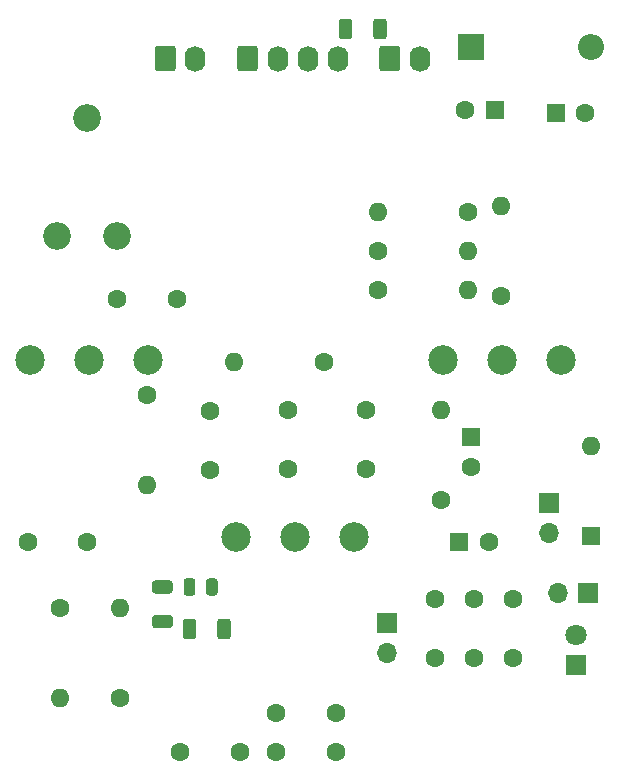
<source format=gbr>
%TF.GenerationSoftware,KiCad,Pcbnew,(5.1.9)-1*%
%TF.CreationDate,2021-09-20T18:56:34+02:00*%
%TF.ProjectId,deep blue delay,64656570-2062-46c7-9565-2064656c6179,rev?*%
%TF.SameCoordinates,Original*%
%TF.FileFunction,Soldermask,Top*%
%TF.FilePolarity,Negative*%
%FSLAX46Y46*%
G04 Gerber Fmt 4.6, Leading zero omitted, Abs format (unit mm)*
G04 Created by KiCad (PCBNEW (5.1.9)-1) date 2021-09-20 18:56:34*
%MOMM*%
%LPD*%
G01*
G04 APERTURE LIST*
%ADD10C,2.340000*%
%ADD11O,1.600000X1.600000*%
%ADD12C,1.600000*%
%ADD13C,2.500000*%
%ADD14O,1.740000X2.190000*%
%ADD15O,1.700000X1.700000*%
%ADD16R,1.700000X1.700000*%
%ADD17C,1.800000*%
%ADD18R,1.800000X1.800000*%
%ADD19R,1.600000X1.600000*%
%ADD20O,2.200000X2.200000*%
%ADD21R,2.200000X2.200000*%
G04 APERTURE END LIST*
%TO.C,R6*%
G36*
G01*
X32312500Y64125001D02*
X32312500Y62874999D01*
G75*
G02*
X32062501Y62625000I-249999J0D01*
G01*
X31437499Y62625000D01*
G75*
G02*
X31187500Y62874999I0J249999D01*
G01*
X31187500Y64125001D01*
G75*
G02*
X31437499Y64375000I249999J0D01*
G01*
X32062501Y64375000D01*
G75*
G02*
X32312500Y64125001I0J-249999D01*
G01*
G37*
G36*
G01*
X35237500Y64125001D02*
X35237500Y62874999D01*
G75*
G02*
X34987501Y62625000I-249999J0D01*
G01*
X34362499Y62625000D01*
G75*
G02*
X34112500Y62874999I0J249999D01*
G01*
X34112500Y64125001D01*
G75*
G02*
X34362499Y64375000I249999J0D01*
G01*
X34987501Y64375000D01*
G75*
G02*
X35237500Y64125001I0J-249999D01*
G01*
G37*
%TD*%
D10*
%TO.C,VOL1*%
X7366000Y46000000D03*
X9866000Y56000000D03*
X12366000Y46000000D03*
%TD*%
D11*
%TO.C,R17*%
X22352000Y35306000D03*
D12*
X29972000Y35306000D03*
%TD*%
D11*
%TO.C,R15*%
X12700000Y14478000D03*
D12*
X12700000Y6858000D03*
%TD*%
%TO.C,R14*%
G36*
G01*
X19104500Y13325001D02*
X19104500Y12074999D01*
G75*
G02*
X18854501Y11825000I-249999J0D01*
G01*
X18229499Y11825000D01*
G75*
G02*
X17979500Y12074999I0J249999D01*
G01*
X17979500Y13325001D01*
G75*
G02*
X18229499Y13575000I249999J0D01*
G01*
X18854501Y13575000D01*
G75*
G02*
X19104500Y13325001I0J-249999D01*
G01*
G37*
G36*
G01*
X22029500Y13325001D02*
X22029500Y12074999D01*
G75*
G02*
X21779501Y11825000I-249999J0D01*
G01*
X21154499Y11825000D01*
G75*
G02*
X20904500Y12074999I0J249999D01*
G01*
X20904500Y13325001D01*
G75*
G02*
X21154499Y13575000I249999J0D01*
G01*
X21779501Y13575000D01*
G75*
G02*
X22029500Y13325001I0J-249999D01*
G01*
G37*
%TD*%
D11*
%TO.C,R13*%
X7620000Y6858000D03*
D12*
X7620000Y14478000D03*
%TD*%
%TO.C,R12*%
G36*
G01*
X16881001Y15693500D02*
X15630999Y15693500D01*
G75*
G02*
X15381000Y15943499I0J249999D01*
G01*
X15381000Y16568501D01*
G75*
G02*
X15630999Y16818500I249999J0D01*
G01*
X16881001Y16818500D01*
G75*
G02*
X17131000Y16568501I0J-249999D01*
G01*
X17131000Y15943499D01*
G75*
G02*
X16881001Y15693500I-249999J0D01*
G01*
G37*
G36*
G01*
X16881001Y12768500D02*
X15630999Y12768500D01*
G75*
G02*
X15381000Y13018499I0J249999D01*
G01*
X15381000Y13643501D01*
G75*
G02*
X15630999Y13893500I249999J0D01*
G01*
X16881001Y13893500D01*
G75*
G02*
X17131000Y13643501I0J-249999D01*
G01*
X17131000Y13018499D01*
G75*
G02*
X16881001Y12768500I-249999J0D01*
G01*
G37*
%TD*%
D11*
%TO.C,R11*%
X14986000Y24892000D03*
D12*
X14986000Y32512000D03*
%TD*%
D11*
%TO.C,R9*%
X39878000Y31242000D03*
D12*
X39878000Y23622000D03*
%TD*%
D11*
%TO.C,R8*%
X42164000Y41402000D03*
D12*
X34544000Y41402000D03*
%TD*%
D11*
%TO.C,R7*%
X44958000Y48514000D03*
D12*
X44958000Y40894000D03*
%TD*%
D11*
%TO.C,R5*%
X34544000Y48006000D03*
D12*
X42164000Y48006000D03*
%TD*%
D11*
%TO.C,R4*%
X42164000Y44704000D03*
D12*
X34544000Y44704000D03*
%TD*%
D13*
%TO.C,MIX1*%
X32500000Y20500000D03*
X27500000Y20500000D03*
X22500000Y20500000D03*
%TD*%
D14*
%TO.C,LED1*%
X19040000Y61000000D03*
G36*
G01*
X15630000Y60154999D02*
X15630000Y61845001D01*
G75*
G02*
X15879999Y62095000I249999J0D01*
G01*
X17120001Y62095000D01*
G75*
G02*
X17370000Y61845001I0J-249999D01*
G01*
X17370000Y60154999D01*
G75*
G02*
X17120001Y59905000I-249999J0D01*
G01*
X15879999Y59905000D01*
G75*
G02*
X15630000Y60154999I0J249999D01*
G01*
G37*
%TD*%
D15*
%TO.C,J4*%
X49784000Y15748000D03*
D16*
X52324000Y15748000D03*
%TD*%
D15*
%TO.C,J3*%
X35306000Y10668000D03*
D16*
X35306000Y13208000D03*
%TD*%
D15*
%TO.C,J2*%
X49022000Y20828000D03*
D16*
X49022000Y23368000D03*
%TD*%
D14*
%TO.C,J1*%
X31080000Y61000000D03*
X28540000Y61000000D03*
X26000000Y61000000D03*
G36*
G01*
X22590000Y60154999D02*
X22590000Y61845001D01*
G75*
G02*
X22839999Y62095000I249999J0D01*
G01*
X24080001Y62095000D01*
G75*
G02*
X24330000Y61845001I0J-249999D01*
G01*
X24330000Y60154999D01*
G75*
G02*
X24080001Y59905000I-249999J0D01*
G01*
X22839999Y59905000D01*
G75*
G02*
X22590000Y60154999I0J249999D01*
G01*
G37*
%TD*%
%TO.C,GND1*%
X38040000Y61000000D03*
G36*
G01*
X34630000Y60154999D02*
X34630000Y61845001D01*
G75*
G02*
X34879999Y62095000I249999J0D01*
G01*
X36120001Y62095000D01*
G75*
G02*
X36370000Y61845001I0J-249999D01*
G01*
X36370000Y60154999D01*
G75*
G02*
X36120001Y59905000I-249999J0D01*
G01*
X34879999Y59905000D01*
G75*
G02*
X34630000Y60154999I0J249999D01*
G01*
G37*
%TD*%
D13*
%TO.C,FEEDBACK1*%
X15000000Y35500000D03*
X10000000Y35500000D03*
X5000000Y35500000D03*
%TD*%
%TO.C,DELAY1*%
X50000000Y35500000D03*
X45000000Y35500000D03*
X40000000Y35500000D03*
%TD*%
D17*
%TO.C,D3*%
X51308000Y12192000D03*
D18*
X51308000Y9652000D03*
%TD*%
D11*
%TO.C,D2*%
X52578000Y28194000D03*
D19*
X52578000Y20574000D03*
%TD*%
D20*
%TO.C,D1*%
X52578000Y61976000D03*
D21*
X42418000Y61976000D03*
%TD*%
D12*
%TO.C,C23*%
X9906000Y20066000D03*
X4906000Y20066000D03*
%TD*%
%TO.C,C22*%
X20320000Y31162000D03*
X20320000Y26162000D03*
%TD*%
%TO.C,C21*%
X17780000Y2286000D03*
X22780000Y2286000D03*
%TD*%
%TO.C,C20*%
X26924000Y26242000D03*
X26924000Y31242000D03*
%TD*%
%TO.C,C18*%
X25908000Y5588000D03*
X30908000Y5588000D03*
%TD*%
%TO.C,C16*%
X30908000Y2286000D03*
X25908000Y2286000D03*
%TD*%
%TO.C,C14*%
G36*
G01*
X19942000Y15781000D02*
X19942000Y16731000D01*
G75*
G02*
X20192000Y16981000I250000J0D01*
G01*
X20692000Y16981000D01*
G75*
G02*
X20942000Y16731000I0J-250000D01*
G01*
X20942000Y15781000D01*
G75*
G02*
X20692000Y15531000I-250000J0D01*
G01*
X20192000Y15531000D01*
G75*
G02*
X19942000Y15781000I0J250000D01*
G01*
G37*
G36*
G01*
X18042000Y15781000D02*
X18042000Y16731000D01*
G75*
G02*
X18292000Y16981000I250000J0D01*
G01*
X18792000Y16981000D01*
G75*
G02*
X19042000Y16731000I0J-250000D01*
G01*
X19042000Y15781000D01*
G75*
G02*
X18792000Y15531000I-250000J0D01*
G01*
X18292000Y15531000D01*
G75*
G02*
X18042000Y15781000I0J250000D01*
G01*
G37*
%TD*%
%TO.C,C13*%
X33528000Y26242000D03*
X33528000Y31242000D03*
%TD*%
%TO.C,C11*%
X39370000Y10240000D03*
X39370000Y15240000D03*
%TD*%
%TO.C,C10*%
X45974000Y10240000D03*
X45974000Y15240000D03*
%TD*%
%TO.C,C9*%
X42672000Y10240000D03*
X42672000Y15240000D03*
%TD*%
%TO.C,C8*%
X43902000Y20066000D03*
D19*
X41402000Y20066000D03*
%TD*%
D12*
%TO.C,C7*%
X17446000Y40640000D03*
X12446000Y40640000D03*
%TD*%
%TO.C,C5*%
X42418000Y26456000D03*
D19*
X42418000Y28956000D03*
%TD*%
D12*
%TO.C,C3*%
X52070000Y56388000D03*
D19*
X49570000Y56388000D03*
%TD*%
D12*
%TO.C,C1*%
X41910000Y56642000D03*
D19*
X44410000Y56642000D03*
%TD*%
M02*

</source>
